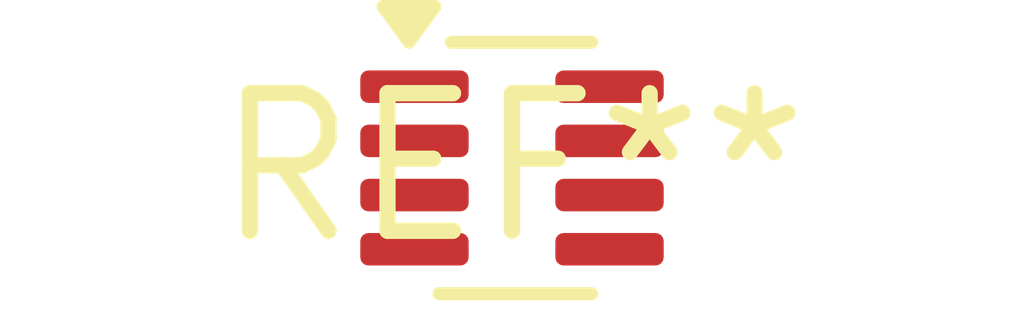
<source format=kicad_pcb>
(kicad_pcb (version 20240108) (generator pcbnew)
  (layers (0 "F.Cu" signal) (31 "B.Cu" signal) (34 "B.Paste" user) (35 "F.Paste" user) (36 "B.SilkS" user "B.Silkscreen") (37 "F.SilkS" user "F.Silkscreen") (38 "B.Mask" user) (39 "F.Mask" user) (44 "Edge.Cuts" user))
  (net 0 "")
  (footprint "SC-70-8" (layer "F.Cu") (at 0 0)
    (property "Reference" "REF**")
    (property "Value" "SC-70-8")
    (fp_line (start -0.675 1.16) (end 0.735 1.16) (layer "F.SilkS") (stroke (width 0.12)))
    (fp_line (start -0.56 -1.16) (end 0.735 -1.16) (layer "F.SilkS") (stroke (width 0.12)))
    (fp_poly (pts (xy -0.95 -1.16) (xy -0.71 -1.49) (xy -1.19 -1.49) (xy -0.95 -1.16)) (layer "F.SilkS") (stroke (width 0.12)) (fill solid))
    (pad "1" smd roundrect (at -0.9 -0.75 270) (size 0.3 1) (layers "F.Cu" "F.Paste" "F.Mask"))
    (pad "2" smd roundrect (at -0.9 -0.25 270) (size 0.3 1) (layers "F.Cu" "F.Paste" "F.Mask"))
    (pad "3" smd roundrect (at -0.9 0.25 270) (size 0.3 1) (layers "F.Cu" "F.Paste" "F.Mask"))
    (pad "4" smd roundrect (at -0.9 0.75 270) (size 0.3 1) (layers "F.Cu" "F.Paste" "F.Mask"))
    (pad "5" smd roundrect (at 0.9 0.75 270) (size 0.3 1) (layers "F.Cu" "F.Paste" "F.Mask"))
    (pad "6" smd roundrect (at 0.9 0.25 270) (size 0.3 1) (layers "F.Cu" "F.Paste" "F.Mask"))
    (pad "7" smd roundrect (at 0.9 -0.25 270) (size 0.3 1) (layers "F.Cu" "F.Paste" "F.Mask"))
    (pad "8" smd roundrect (at 0.9 -0.75 270) (size 0.3 1) (layers "F.Cu" "F.Paste" "F.Mask"))
  )
)
</source>
